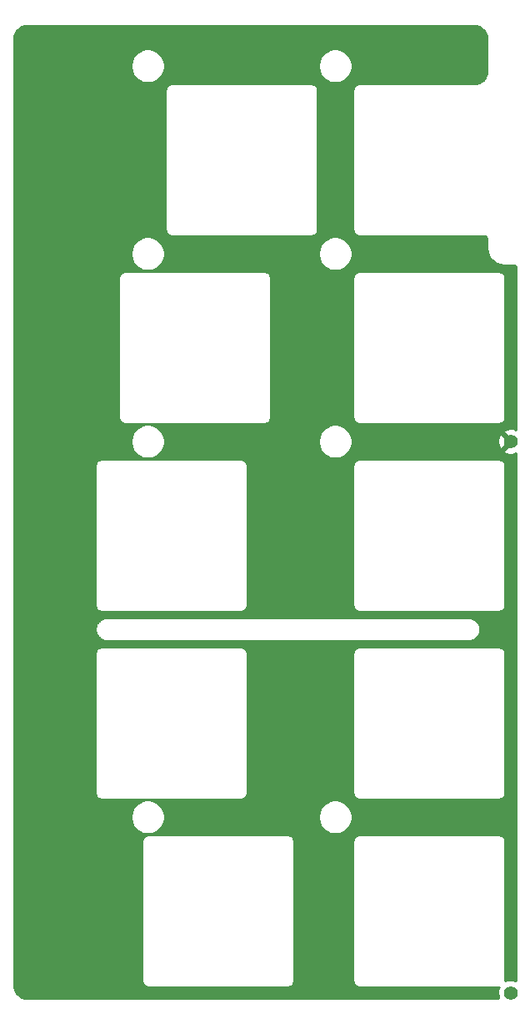
<source format=gtl>
G04 #@! TF.GenerationSoftware,KiCad,Pcbnew,(5.1.9)-1*
G04 #@! TF.CreationDate,2021-04-18T14:10:29+09:00*
G04 #@! TF.ProjectId,_____________,e6e135fa-7f28-4c8c-93d7-d7ecfcc82e6b,rev?*
G04 #@! TF.SameCoordinates,Original*
G04 #@! TF.FileFunction,Copper,L1,Top*
G04 #@! TF.FilePolarity,Positive*
%FSLAX46Y46*%
G04 Gerber Fmt 4.6, Leading zero omitted, Abs format (unit mm)*
G04 Created by KiCad (PCBNEW (5.1.9)-1) date 2021-04-18 14:10:29*
%MOMM*%
%LPD*%
G01*
G04 APERTURE LIST*
G04 #@! TA.AperFunction,ComponentPad*
%ADD10C,1.400000*%
G04 #@! TD*
G04 #@! TA.AperFunction,Conductor*
%ADD11C,0.254000*%
G04 #@! TD*
G04 #@! TA.AperFunction,Conductor*
%ADD12C,0.100000*%
G04 #@! TD*
G04 APERTURE END LIST*
D10*
X-1225000Y1225000D03*
X-1225000Y57150000D03*
D11*
X-4695218Y99286733D02*
X-4450145Y99212741D01*
X-4224110Y99092557D01*
X-4025719Y98930752D01*
X-3862540Y98733503D01*
X-3740780Y98508313D01*
X-3665076Y98263753D01*
X-3635000Y97977602D01*
X-3634999Y94808515D01*
X-3663267Y94520218D01*
X-3737259Y94275145D01*
X-3857446Y94049107D01*
X-4019246Y93850721D01*
X-4216497Y93687540D01*
X-4441690Y93565779D01*
X-4686247Y93490076D01*
X-4972398Y93460000D01*
X-16541353Y93460000D01*
X-16575000Y93463314D01*
X-16608647Y93460000D01*
X-16709283Y93450088D01*
X-16838406Y93410919D01*
X-16957407Y93347312D01*
X-17061711Y93261711D01*
X-17147312Y93157407D01*
X-17210919Y93038406D01*
X-17250088Y92909283D01*
X-17263314Y92775000D01*
X-17260000Y92741353D01*
X-17259999Y78708657D01*
X-17263314Y78675000D01*
X-17250088Y78540717D01*
X-17210919Y78411594D01*
X-17147312Y78292593D01*
X-17061711Y78188289D01*
X-16957407Y78102688D01*
X-16838406Y78039081D01*
X-16709283Y77999912D01*
X-16608647Y77990000D01*
X-16575000Y77986686D01*
X-16541353Y77990000D01*
X-3983505Y77990000D01*
X-3889453Y77980778D01*
X-3831214Y77963195D01*
X-3777499Y77934634D01*
X-3730354Y77896184D01*
X-3691576Y77849309D01*
X-3662642Y77795796D01*
X-3644651Y77737677D01*
X-3635000Y77645854D01*
X-3634999Y76691353D01*
X-3632113Y76662055D01*
X-3632156Y76655934D01*
X-3631223Y76646415D01*
X-3610822Y76452318D01*
X-3598339Y76391504D01*
X-3586705Y76330519D01*
X-3583941Y76321363D01*
X-3526229Y76134925D01*
X-3502182Y76077721D01*
X-3478913Y76020127D01*
X-3474423Y76011683D01*
X-3381598Y75840006D01*
X-3346878Y75788532D01*
X-3312883Y75736582D01*
X-3306839Y75729171D01*
X-3182435Y75578793D01*
X-3138362Y75535027D01*
X-3094943Y75490689D01*
X-3087574Y75484592D01*
X-2936332Y75361242D01*
X-2884603Y75326874D01*
X-2833392Y75291809D01*
X-2824984Y75287263D01*
X-2824980Y75287260D01*
X-2824976Y75287258D01*
X-2652657Y75195634D01*
X-2595261Y75171978D01*
X-2538193Y75147518D01*
X-2529056Y75144690D01*
X-2342220Y75088281D01*
X-2281310Y75076220D01*
X-2220591Y75063314D01*
X-2211079Y75062314D01*
X-2016845Y75043269D01*
X-2016837Y75043269D01*
X-1983647Y75040000D01*
X-1033505Y75040000D01*
X-939453Y75030778D01*
X-881214Y75013195D01*
X-827499Y74984634D01*
X-780354Y74946184D01*
X-741576Y74899309D01*
X-712642Y74845796D01*
X-694651Y74787677D01*
X-684999Y74695846D01*
X-684999Y58371173D01*
X-781242Y58415934D01*
X-1036740Y58478183D01*
X-1299473Y58489390D01*
X-1559344Y58449125D01*
X-1806366Y58358935D01*
X-1907203Y58305037D01*
X-1966664Y58071269D01*
X-1225000Y57329605D01*
X-1210858Y57343748D01*
X-1031253Y57164143D01*
X-1045395Y57150000D01*
X-1031253Y57135858D01*
X-1210858Y56956253D01*
X-1225000Y56970395D01*
X-1966664Y56228731D01*
X-1907203Y55994963D01*
X-1668758Y55884066D01*
X-1413260Y55821817D01*
X-1150527Y55810610D01*
X-890656Y55850875D01*
X-684999Y55925962D01*
X-685000Y2446173D01*
X-781242Y2490934D01*
X-1036740Y2553183D01*
X-1299473Y2564390D01*
X-1559344Y2524125D01*
X-1790147Y2439857D01*
X-1790000Y2441353D01*
X-1786686Y2475000D01*
X-1790000Y2508647D01*
X-1790000Y16541353D01*
X-1786686Y16575000D01*
X-1799912Y16709283D01*
X-1839081Y16838406D01*
X-1902688Y16957407D01*
X-1988289Y17061711D01*
X-2092593Y17147312D01*
X-2211594Y17210919D01*
X-2340717Y17250088D01*
X-2441353Y17260000D01*
X-2475000Y17263314D01*
X-2508647Y17260000D01*
X-16541353Y17260000D01*
X-16575000Y17263314D01*
X-16608647Y17260000D01*
X-16709283Y17250088D01*
X-16838406Y17210919D01*
X-16957407Y17147312D01*
X-17061711Y17061711D01*
X-17147312Y16957407D01*
X-17210919Y16838406D01*
X-17250088Y16709283D01*
X-17263314Y16575000D01*
X-17260000Y16541353D01*
X-17259999Y2508657D01*
X-17263314Y2475000D01*
X-17250088Y2340717D01*
X-17210919Y2211594D01*
X-17147312Y2092593D01*
X-17061711Y1988289D01*
X-16957407Y1902688D01*
X-16838406Y1839081D01*
X-16709283Y1799912D01*
X-16608647Y1790000D01*
X-16575000Y1786686D01*
X-16541353Y1790000D01*
X-2508647Y1790000D01*
X-2475000Y1786686D01*
X-2434219Y1790703D01*
X-2490934Y1668758D01*
X-2553183Y1413260D01*
X-2564390Y1150527D01*
X-2524125Y890656D01*
X-2449038Y685000D01*
X-50353995Y685000D01*
X-50642282Y713267D01*
X-50887355Y787259D01*
X-51113393Y907446D01*
X-51311779Y1069246D01*
X-51474960Y1266497D01*
X-51596721Y1491690D01*
X-51672424Y1736247D01*
X-51702500Y2022398D01*
X-51702500Y16575000D01*
X-38694564Y16575000D01*
X-38691250Y16541353D01*
X-38691249Y2508657D01*
X-38694564Y2475000D01*
X-38681338Y2340717D01*
X-38642169Y2211594D01*
X-38578562Y2092593D01*
X-38492961Y1988289D01*
X-38388657Y1902688D01*
X-38269656Y1839081D01*
X-38140533Y1799912D01*
X-38039897Y1790000D01*
X-38006250Y1786686D01*
X-37972603Y1790000D01*
X-23939897Y1790000D01*
X-23906250Y1786686D01*
X-23771967Y1799912D01*
X-23642844Y1839081D01*
X-23523843Y1902688D01*
X-23419539Y1988289D01*
X-23333938Y2092593D01*
X-23270331Y2211594D01*
X-23231162Y2340717D01*
X-23221250Y2441353D01*
X-23217936Y2475000D01*
X-23221250Y2508647D01*
X-23221250Y16541353D01*
X-23217936Y16575000D01*
X-23231162Y16709283D01*
X-23270331Y16838406D01*
X-23333938Y16957407D01*
X-23419539Y17061711D01*
X-23523843Y17147312D01*
X-23642844Y17210919D01*
X-23771967Y17250088D01*
X-23872603Y17260000D01*
X-23906250Y17263314D01*
X-23939897Y17260000D01*
X-37972603Y17260000D01*
X-38006250Y17263314D01*
X-38039897Y17260000D01*
X-38140533Y17250088D01*
X-38269656Y17210919D01*
X-38388657Y17147312D01*
X-38492961Y17061711D01*
X-38578562Y16957407D01*
X-38642169Y16838406D01*
X-38681338Y16709283D01*
X-38694564Y16575000D01*
X-51702500Y16575000D01*
X-51702500Y19220883D01*
X-39835000Y19220883D01*
X-39835000Y18879117D01*
X-39768325Y18543919D01*
X-39637537Y18228169D01*
X-39447663Y17944002D01*
X-39205998Y17702337D01*
X-38921831Y17512463D01*
X-38606081Y17381675D01*
X-38270883Y17315000D01*
X-37929117Y17315000D01*
X-37593919Y17381675D01*
X-37278169Y17512463D01*
X-36994002Y17702337D01*
X-36752337Y17944002D01*
X-36562463Y18228169D01*
X-36431675Y18543919D01*
X-36365000Y18879117D01*
X-36365000Y19220883D01*
X-20785000Y19220883D01*
X-20785000Y18879117D01*
X-20718325Y18543919D01*
X-20587537Y18228169D01*
X-20397663Y17944002D01*
X-20155998Y17702337D01*
X-19871831Y17512463D01*
X-19556081Y17381675D01*
X-19220883Y17315000D01*
X-18879117Y17315000D01*
X-18543919Y17381675D01*
X-18228169Y17512463D01*
X-17944002Y17702337D01*
X-17702337Y17944002D01*
X-17512463Y18228169D01*
X-17381675Y18543919D01*
X-17315000Y18879117D01*
X-17315000Y19220883D01*
X-17381675Y19556081D01*
X-17512463Y19871831D01*
X-17702337Y20155998D01*
X-17944002Y20397663D01*
X-18228169Y20587537D01*
X-18543919Y20718325D01*
X-18879117Y20785000D01*
X-19220883Y20785000D01*
X-19556081Y20718325D01*
X-19871831Y20587537D01*
X-20155998Y20397663D01*
X-20397663Y20155998D01*
X-20587537Y19871831D01*
X-20718325Y19556081D01*
X-20785000Y19220883D01*
X-36365000Y19220883D01*
X-36431675Y19556081D01*
X-36562463Y19871831D01*
X-36752337Y20155998D01*
X-36994002Y20397663D01*
X-37278169Y20587537D01*
X-37593919Y20718325D01*
X-37929117Y20785000D01*
X-38270883Y20785000D01*
X-38606081Y20718325D01*
X-38921831Y20587537D01*
X-39205998Y20397663D01*
X-39447663Y20155998D01*
X-39637537Y19871831D01*
X-39768325Y19556081D01*
X-39835000Y19220883D01*
X-51702500Y19220883D01*
X-51702500Y35625000D01*
X-43457064Y35625000D01*
X-43453750Y35591353D01*
X-43453749Y21558657D01*
X-43457064Y21525000D01*
X-43443838Y21390717D01*
X-43404669Y21261594D01*
X-43341062Y21142593D01*
X-43255461Y21038289D01*
X-43151157Y20952688D01*
X-43032156Y20889081D01*
X-42903033Y20849912D01*
X-42802397Y20840000D01*
X-42768750Y20836686D01*
X-42735103Y20840000D01*
X-28702397Y20840000D01*
X-28668750Y20836686D01*
X-28534467Y20849912D01*
X-28405344Y20889081D01*
X-28286343Y20952688D01*
X-28182039Y21038289D01*
X-28096438Y21142593D01*
X-28032831Y21261594D01*
X-27993662Y21390717D01*
X-27983750Y21491353D01*
X-27980436Y21525000D01*
X-27983750Y21558647D01*
X-27983750Y35591353D01*
X-27980436Y35625000D01*
X-17263314Y35625000D01*
X-17260000Y35591353D01*
X-17259999Y21558657D01*
X-17263314Y21525000D01*
X-17250088Y21390717D01*
X-17210919Y21261594D01*
X-17147312Y21142593D01*
X-17061711Y21038289D01*
X-16957407Y20952688D01*
X-16838406Y20889081D01*
X-16709283Y20849912D01*
X-16608647Y20840000D01*
X-16575000Y20836686D01*
X-16541353Y20840000D01*
X-2508647Y20840000D01*
X-2475000Y20836686D01*
X-2340717Y20849912D01*
X-2211594Y20889081D01*
X-2092593Y20952688D01*
X-1988289Y21038289D01*
X-1902688Y21142593D01*
X-1839081Y21261594D01*
X-1799912Y21390717D01*
X-1790000Y21491353D01*
X-1786686Y21525000D01*
X-1790000Y21558647D01*
X-1790000Y35591353D01*
X-1786686Y35625000D01*
X-1799912Y35759283D01*
X-1839081Y35888406D01*
X-1902688Y36007407D01*
X-1988289Y36111711D01*
X-2092593Y36197312D01*
X-2211594Y36260919D01*
X-2340717Y36300088D01*
X-2441353Y36310000D01*
X-2475000Y36313314D01*
X-2508647Y36310000D01*
X-16541353Y36310000D01*
X-16575000Y36313314D01*
X-16608647Y36310000D01*
X-16709283Y36300088D01*
X-16838406Y36260919D01*
X-16957407Y36197312D01*
X-17061711Y36111711D01*
X-17147312Y36007407D01*
X-17210919Y35888406D01*
X-17250088Y35759283D01*
X-17263314Y35625000D01*
X-27980436Y35625000D01*
X-27993662Y35759283D01*
X-28032831Y35888406D01*
X-28096438Y36007407D01*
X-28182039Y36111711D01*
X-28286343Y36197312D01*
X-28405344Y36260919D01*
X-28534467Y36300088D01*
X-28635103Y36310000D01*
X-28668750Y36313314D01*
X-28702397Y36310000D01*
X-42735103Y36310000D01*
X-42768750Y36313314D01*
X-42802397Y36310000D01*
X-42903033Y36300088D01*
X-43032156Y36260919D01*
X-43151157Y36197312D01*
X-43255461Y36111711D01*
X-43341062Y36007407D01*
X-43404669Y35888406D01*
X-43443838Y35759283D01*
X-43457064Y35625000D01*
X-51702500Y35625000D01*
X-51702500Y38158591D01*
X-43450919Y38158591D01*
X-43450485Y38096509D01*
X-43450919Y38034427D01*
X-43449986Y38024908D01*
X-43439786Y37927860D01*
X-43427295Y37867010D01*
X-43415668Y37806058D01*
X-43412905Y37796904D01*
X-43412903Y37796898D01*
X-43384048Y37703683D01*
X-43359996Y37646467D01*
X-43336730Y37588881D01*
X-43332240Y37580436D01*
X-43285827Y37494599D01*
X-43251112Y37443133D01*
X-43217114Y37391179D01*
X-43211070Y37383768D01*
X-43148868Y37308579D01*
X-43104820Y37264838D01*
X-43061381Y37220478D01*
X-43054011Y37214382D01*
X-43054006Y37214377D01*
X-43054000Y37214373D01*
X-42978390Y37152706D01*
X-42926709Y37118368D01*
X-42875444Y37083267D01*
X-42867031Y37078718D01*
X-42780870Y37032906D01*
X-42723454Y37009242D01*
X-42666411Y36984792D01*
X-42657275Y36981964D01*
X-42563857Y36953759D01*
X-42502937Y36941697D01*
X-42442220Y36928791D01*
X-42432708Y36927791D01*
X-42335591Y36918269D01*
X-42335587Y36918269D01*
X-42302397Y36915000D01*
X-5466353Y36915000D01*
X-5432665Y36918318D01*
X-5426178Y36918318D01*
X-5416666Y36919318D01*
X-5374539Y36924043D01*
X-5365717Y36924912D01*
X-5365086Y36925103D01*
X-5319691Y36930195D01*
X-5258995Y36943096D01*
X-5198058Y36955162D01*
X-5188921Y36957990D01*
X-5095906Y36987496D01*
X-5038805Y37011970D01*
X-4981442Y37035613D01*
X-4973029Y37040161D01*
X-4887516Y37087172D01*
X-4836301Y37122240D01*
X-4784573Y37156608D01*
X-4777211Y37162700D01*
X-4777207Y37162702D01*
X-4777204Y37162705D01*
X-4702452Y37225430D01*
X-4659015Y37269787D01*
X-4614963Y37313532D01*
X-4608918Y37320943D01*
X-4547772Y37396993D01*
X-4513764Y37448963D01*
X-4479059Y37500416D01*
X-4474568Y37508861D01*
X-4429358Y37595340D01*
X-4406106Y37652892D01*
X-4382043Y37710134D01*
X-4379279Y37719290D01*
X-4351727Y37812902D01*
X-4340092Y37873893D01*
X-4327609Y37934709D01*
X-4326675Y37944227D01*
X-4317831Y38041410D01*
X-4318265Y38103492D01*
X-4317831Y38165573D01*
X-4318764Y38175091D01*
X-4328964Y38272140D01*
X-4341453Y38332983D01*
X-4353082Y38393942D01*
X-4355846Y38403098D01*
X-4384702Y38496317D01*
X-4408768Y38553566D01*
X-4432021Y38611119D01*
X-4436511Y38619564D01*
X-4482923Y38705402D01*
X-4517650Y38756885D01*
X-4551636Y38808821D01*
X-4557680Y38816233D01*
X-4619882Y38891421D01*
X-4663949Y38935182D01*
X-4707370Y38979522D01*
X-4714739Y38985619D01*
X-4790360Y39047294D01*
X-4842041Y39081632D01*
X-4893306Y39116733D01*
X-4901719Y39121282D01*
X-4987880Y39167094D01*
X-5045296Y39190758D01*
X-5102339Y39215208D01*
X-5111475Y39218036D01*
X-5204893Y39246241D01*
X-5265805Y39258302D01*
X-5326529Y39271209D01*
X-5336041Y39272209D01*
X-5433159Y39281731D01*
X-5433163Y39281731D01*
X-5466353Y39285000D01*
X-42302397Y39285000D01*
X-42336085Y39281682D01*
X-42342572Y39281682D01*
X-42352084Y39280682D01*
X-42394211Y39275957D01*
X-42403033Y39275088D01*
X-42403664Y39274897D01*
X-42449059Y39269805D01*
X-42509762Y39256902D01*
X-42570692Y39244838D01*
X-42579829Y39242010D01*
X-42672844Y39212504D01*
X-42729933Y39188035D01*
X-42787308Y39164387D01*
X-42795722Y39159838D01*
X-42881234Y39112828D01*
X-42932476Y39077742D01*
X-42984177Y39043391D01*
X-42991539Y39037300D01*
X-42991543Y39037298D01*
X-42991546Y39037295D01*
X-43066298Y38974570D01*
X-43109719Y38930229D01*
X-43153787Y38886468D01*
X-43159832Y38879057D01*
X-43220978Y38803007D01*
X-43254976Y38751053D01*
X-43289691Y38699584D01*
X-43294182Y38691139D01*
X-43339392Y38604660D01*
X-43362637Y38547125D01*
X-43386707Y38489866D01*
X-43389471Y38480710D01*
X-43417023Y38387098D01*
X-43428656Y38326115D01*
X-43441141Y38265292D01*
X-43442075Y38255773D01*
X-43450919Y38158591D01*
X-51702500Y38158591D01*
X-51702500Y54675000D01*
X-43457064Y54675000D01*
X-43453750Y54641353D01*
X-43453749Y40608657D01*
X-43457064Y40575000D01*
X-43443838Y40440717D01*
X-43404669Y40311594D01*
X-43341062Y40192593D01*
X-43255461Y40088289D01*
X-43151157Y40002688D01*
X-43032156Y39939081D01*
X-42903033Y39899912D01*
X-42802397Y39890000D01*
X-42768750Y39886686D01*
X-42735103Y39890000D01*
X-28702397Y39890000D01*
X-28668750Y39886686D01*
X-28534467Y39899912D01*
X-28405344Y39939081D01*
X-28286343Y40002688D01*
X-28182039Y40088289D01*
X-28096438Y40192593D01*
X-28032831Y40311594D01*
X-27993662Y40440717D01*
X-27983750Y40541353D01*
X-27980436Y40575000D01*
X-27983750Y40608647D01*
X-27983750Y54641353D01*
X-27980436Y54675000D01*
X-17263314Y54675000D01*
X-17260000Y54641353D01*
X-17259999Y40608657D01*
X-17263314Y40575000D01*
X-17250088Y40440717D01*
X-17210919Y40311594D01*
X-17147312Y40192593D01*
X-17061711Y40088289D01*
X-16957407Y40002688D01*
X-16838406Y39939081D01*
X-16709283Y39899912D01*
X-16608647Y39890000D01*
X-16575000Y39886686D01*
X-16541353Y39890000D01*
X-2508647Y39890000D01*
X-2475000Y39886686D01*
X-2340717Y39899912D01*
X-2211594Y39939081D01*
X-2092593Y40002688D01*
X-1988289Y40088289D01*
X-1902688Y40192593D01*
X-1839081Y40311594D01*
X-1799912Y40440717D01*
X-1790000Y40541353D01*
X-1786686Y40575000D01*
X-1790000Y40608647D01*
X-1790000Y54641353D01*
X-1786686Y54675000D01*
X-1799912Y54809283D01*
X-1839081Y54938406D01*
X-1902688Y55057407D01*
X-1988289Y55161711D01*
X-2092593Y55247312D01*
X-2211594Y55310919D01*
X-2340717Y55350088D01*
X-2441353Y55360000D01*
X-2475000Y55363314D01*
X-2508647Y55360000D01*
X-16541353Y55360000D01*
X-16575000Y55363314D01*
X-16608647Y55360000D01*
X-16709283Y55350088D01*
X-16838406Y55310919D01*
X-16957407Y55247312D01*
X-17061711Y55161711D01*
X-17147312Y55057407D01*
X-17210919Y54938406D01*
X-17250088Y54809283D01*
X-17263314Y54675000D01*
X-27980436Y54675000D01*
X-27993662Y54809283D01*
X-28032831Y54938406D01*
X-28096438Y55057407D01*
X-28182039Y55161711D01*
X-28286343Y55247312D01*
X-28405344Y55310919D01*
X-28534467Y55350088D01*
X-28635103Y55360000D01*
X-28668750Y55363314D01*
X-28702397Y55360000D01*
X-42735103Y55360000D01*
X-42768750Y55363314D01*
X-42802397Y55360000D01*
X-42903033Y55350088D01*
X-43032156Y55310919D01*
X-43151157Y55247312D01*
X-43255461Y55161711D01*
X-43341062Y55057407D01*
X-43404669Y54938406D01*
X-43443838Y54809283D01*
X-43457064Y54675000D01*
X-51702500Y54675000D01*
X-51702500Y57320883D01*
X-39835000Y57320883D01*
X-39835000Y56979117D01*
X-39768325Y56643919D01*
X-39637537Y56328169D01*
X-39447663Y56044002D01*
X-39205998Y55802337D01*
X-38921831Y55612463D01*
X-38606081Y55481675D01*
X-38270883Y55415000D01*
X-37929117Y55415000D01*
X-37593919Y55481675D01*
X-37278169Y55612463D01*
X-36994002Y55802337D01*
X-36752337Y56044002D01*
X-36562463Y56328169D01*
X-36431675Y56643919D01*
X-36365000Y56979117D01*
X-36365000Y57320883D01*
X-20785000Y57320883D01*
X-20785000Y56979117D01*
X-20718325Y56643919D01*
X-20587537Y56328169D01*
X-20397663Y56044002D01*
X-20155998Y55802337D01*
X-19871831Y55612463D01*
X-19556081Y55481675D01*
X-19220883Y55415000D01*
X-18879117Y55415000D01*
X-18543919Y55481675D01*
X-18228169Y55612463D01*
X-17944002Y55802337D01*
X-17702337Y56044002D01*
X-17512463Y56328169D01*
X-17381675Y56643919D01*
X-17315000Y56979117D01*
X-17315000Y57075527D01*
X-2564390Y57075527D01*
X-2524125Y56815656D01*
X-2433935Y56568634D01*
X-2380037Y56467797D01*
X-2146269Y56408336D01*
X-1404605Y57150000D01*
X-2146269Y57891664D01*
X-2380037Y57832203D01*
X-2490934Y57593758D01*
X-2553183Y57338260D01*
X-2564390Y57075527D01*
X-17315000Y57075527D01*
X-17315000Y57320883D01*
X-17381675Y57656081D01*
X-17512463Y57971831D01*
X-17702337Y58255998D01*
X-17944002Y58497663D01*
X-18228169Y58687537D01*
X-18543919Y58818325D01*
X-18879117Y58885000D01*
X-19220883Y58885000D01*
X-19556081Y58818325D01*
X-19871831Y58687537D01*
X-20155998Y58497663D01*
X-20397663Y58255998D01*
X-20587537Y57971831D01*
X-20718325Y57656081D01*
X-20785000Y57320883D01*
X-36365000Y57320883D01*
X-36431675Y57656081D01*
X-36562463Y57971831D01*
X-36752337Y58255998D01*
X-36994002Y58497663D01*
X-37278169Y58687537D01*
X-37593919Y58818325D01*
X-37929117Y58885000D01*
X-38270883Y58885000D01*
X-38606081Y58818325D01*
X-38921831Y58687537D01*
X-39205998Y58497663D01*
X-39447663Y58255998D01*
X-39637537Y57971831D01*
X-39768325Y57656081D01*
X-39835000Y57320883D01*
X-51702500Y57320883D01*
X-51702500Y73725000D01*
X-41075814Y73725000D01*
X-41072500Y73691353D01*
X-41072499Y59658657D01*
X-41075814Y59625000D01*
X-41062588Y59490717D01*
X-41023419Y59361594D01*
X-40959812Y59242593D01*
X-40874211Y59138289D01*
X-40769907Y59052688D01*
X-40650906Y58989081D01*
X-40521783Y58949912D01*
X-40421147Y58940000D01*
X-40387500Y58936686D01*
X-40353853Y58940000D01*
X-26321147Y58940000D01*
X-26287500Y58936686D01*
X-26153217Y58949912D01*
X-26024094Y58989081D01*
X-25905093Y59052688D01*
X-25800789Y59138289D01*
X-25715188Y59242593D01*
X-25651581Y59361594D01*
X-25612412Y59490717D01*
X-25602500Y59591353D01*
X-25599186Y59625000D01*
X-25602500Y59658647D01*
X-25602500Y73691353D01*
X-25599186Y73725000D01*
X-17263314Y73725000D01*
X-17260000Y73691353D01*
X-17259999Y59658657D01*
X-17263314Y59625000D01*
X-17250088Y59490717D01*
X-17210919Y59361594D01*
X-17147312Y59242593D01*
X-17061711Y59138289D01*
X-16957407Y59052688D01*
X-16838406Y58989081D01*
X-16709283Y58949912D01*
X-16608647Y58940000D01*
X-16575000Y58936686D01*
X-16541353Y58940000D01*
X-2508647Y58940000D01*
X-2475000Y58936686D01*
X-2340717Y58949912D01*
X-2211594Y58989081D01*
X-2092593Y59052688D01*
X-1988289Y59138289D01*
X-1902688Y59242593D01*
X-1839081Y59361594D01*
X-1799912Y59490717D01*
X-1790000Y59591353D01*
X-1786686Y59625000D01*
X-1790000Y59658647D01*
X-1790000Y73691353D01*
X-1786686Y73725000D01*
X-1799912Y73859283D01*
X-1839081Y73988406D01*
X-1902688Y74107407D01*
X-1988289Y74211711D01*
X-2092593Y74297312D01*
X-2211594Y74360919D01*
X-2340717Y74400088D01*
X-2441353Y74410000D01*
X-2475000Y74413314D01*
X-2508647Y74410000D01*
X-16541353Y74410000D01*
X-16575000Y74413314D01*
X-16608647Y74410000D01*
X-16709283Y74400088D01*
X-16838406Y74360919D01*
X-16957407Y74297312D01*
X-17061711Y74211711D01*
X-17147312Y74107407D01*
X-17210919Y73988406D01*
X-17250088Y73859283D01*
X-17263314Y73725000D01*
X-25599186Y73725000D01*
X-25612412Y73859283D01*
X-25651581Y73988406D01*
X-25715188Y74107407D01*
X-25800789Y74211711D01*
X-25905093Y74297312D01*
X-26024094Y74360919D01*
X-26153217Y74400088D01*
X-26253853Y74410000D01*
X-26287500Y74413314D01*
X-26321147Y74410000D01*
X-40353853Y74410000D01*
X-40387500Y74413314D01*
X-40421147Y74410000D01*
X-40521783Y74400088D01*
X-40650906Y74360919D01*
X-40769907Y74297312D01*
X-40874211Y74211711D01*
X-40959812Y74107407D01*
X-41023419Y73988406D01*
X-41062588Y73859283D01*
X-41075814Y73725000D01*
X-51702500Y73725000D01*
X-51702500Y76370883D01*
X-39835000Y76370883D01*
X-39835000Y76029117D01*
X-39768325Y75693919D01*
X-39637537Y75378169D01*
X-39447663Y75094002D01*
X-39205998Y74852337D01*
X-38921831Y74662463D01*
X-38606081Y74531675D01*
X-38270883Y74465000D01*
X-37929117Y74465000D01*
X-37593919Y74531675D01*
X-37278169Y74662463D01*
X-36994002Y74852337D01*
X-36752337Y75094002D01*
X-36562463Y75378169D01*
X-36431675Y75693919D01*
X-36365000Y76029117D01*
X-36365000Y76370883D01*
X-20785000Y76370883D01*
X-20785000Y76029117D01*
X-20718325Y75693919D01*
X-20587537Y75378169D01*
X-20397663Y75094002D01*
X-20155998Y74852337D01*
X-19871831Y74662463D01*
X-19556081Y74531675D01*
X-19220883Y74465000D01*
X-18879117Y74465000D01*
X-18543919Y74531675D01*
X-18228169Y74662463D01*
X-17944002Y74852337D01*
X-17702337Y75094002D01*
X-17512463Y75378169D01*
X-17381675Y75693919D01*
X-17315000Y76029117D01*
X-17315000Y76370883D01*
X-17381675Y76706081D01*
X-17512463Y77021831D01*
X-17702337Y77305998D01*
X-17944002Y77547663D01*
X-18228169Y77737537D01*
X-18543919Y77868325D01*
X-18879117Y77935000D01*
X-19220883Y77935000D01*
X-19556081Y77868325D01*
X-19871831Y77737537D01*
X-20155998Y77547663D01*
X-20397663Y77305998D01*
X-20587537Y77021831D01*
X-20718325Y76706081D01*
X-20785000Y76370883D01*
X-36365000Y76370883D01*
X-36431675Y76706081D01*
X-36562463Y77021831D01*
X-36752337Y77305998D01*
X-36994002Y77547663D01*
X-37278169Y77737537D01*
X-37593919Y77868325D01*
X-37929117Y77935000D01*
X-38270883Y77935000D01*
X-38606081Y77868325D01*
X-38921831Y77737537D01*
X-39205998Y77547663D01*
X-39447663Y77305998D01*
X-39637537Y77021831D01*
X-39768325Y76706081D01*
X-39835000Y76370883D01*
X-51702500Y76370883D01*
X-51702500Y92775000D01*
X-36313314Y92775000D01*
X-36310000Y92741353D01*
X-36309999Y78708657D01*
X-36313314Y78675000D01*
X-36300088Y78540717D01*
X-36260919Y78411594D01*
X-36197312Y78292593D01*
X-36111711Y78188289D01*
X-36007407Y78102688D01*
X-35888406Y78039081D01*
X-35759283Y77999912D01*
X-35658647Y77990000D01*
X-35625000Y77986686D01*
X-35591353Y77990000D01*
X-21558647Y77990000D01*
X-21525000Y77986686D01*
X-21390717Y77999912D01*
X-21261594Y78039081D01*
X-21142593Y78102688D01*
X-21038289Y78188289D01*
X-20952688Y78292593D01*
X-20889081Y78411594D01*
X-20849912Y78540717D01*
X-20840000Y78641353D01*
X-20836686Y78675000D01*
X-20840000Y78708647D01*
X-20840000Y92741353D01*
X-20836686Y92775000D01*
X-20849912Y92909283D01*
X-20889081Y93038406D01*
X-20952688Y93157407D01*
X-21038289Y93261711D01*
X-21142593Y93347312D01*
X-21261594Y93410919D01*
X-21390717Y93450088D01*
X-21491353Y93460000D01*
X-21525000Y93463314D01*
X-21558647Y93460000D01*
X-35591353Y93460000D01*
X-35625000Y93463314D01*
X-35658647Y93460000D01*
X-35759283Y93450088D01*
X-35888406Y93410919D01*
X-36007407Y93347312D01*
X-36111711Y93261711D01*
X-36197312Y93157407D01*
X-36260919Y93038406D01*
X-36300088Y92909283D01*
X-36313314Y92775000D01*
X-51702500Y92775000D01*
X-51702500Y95420883D01*
X-39835000Y95420883D01*
X-39835000Y95079117D01*
X-39768325Y94743919D01*
X-39637537Y94428169D01*
X-39447663Y94144002D01*
X-39205998Y93902337D01*
X-38921831Y93712463D01*
X-38606081Y93581675D01*
X-38270883Y93515000D01*
X-37929117Y93515000D01*
X-37593919Y93581675D01*
X-37278169Y93712463D01*
X-36994002Y93902337D01*
X-36752337Y94144002D01*
X-36562463Y94428169D01*
X-36431675Y94743919D01*
X-36365000Y95079117D01*
X-36365000Y95420883D01*
X-20785000Y95420883D01*
X-20785000Y95079117D01*
X-20718325Y94743919D01*
X-20587537Y94428169D01*
X-20397663Y94144002D01*
X-20155998Y93902337D01*
X-19871831Y93712463D01*
X-19556081Y93581675D01*
X-19220883Y93515000D01*
X-18879117Y93515000D01*
X-18543919Y93581675D01*
X-18228169Y93712463D01*
X-17944002Y93902337D01*
X-17702337Y94144002D01*
X-17512463Y94428169D01*
X-17381675Y94743919D01*
X-17315000Y95079117D01*
X-17315000Y95420883D01*
X-17381675Y95756081D01*
X-17512463Y96071831D01*
X-17702337Y96355998D01*
X-17944002Y96597663D01*
X-18228169Y96787537D01*
X-18543919Y96918325D01*
X-18879117Y96985000D01*
X-19220883Y96985000D01*
X-19556081Y96918325D01*
X-19871831Y96787537D01*
X-20155998Y96597663D01*
X-20397663Y96355998D01*
X-20587537Y96071831D01*
X-20718325Y95756081D01*
X-20785000Y95420883D01*
X-36365000Y95420883D01*
X-36431675Y95756081D01*
X-36562463Y96071831D01*
X-36752337Y96355998D01*
X-36994002Y96597663D01*
X-37278169Y96787537D01*
X-37593919Y96918325D01*
X-37929117Y96985000D01*
X-38270883Y96985000D01*
X-38606081Y96918325D01*
X-38921831Y96787537D01*
X-39205998Y96597663D01*
X-39447663Y96355998D01*
X-39637537Y96071831D01*
X-39768325Y95756081D01*
X-39835000Y95420883D01*
X-51702500Y95420883D01*
X-51702500Y97966495D01*
X-51674233Y98254782D01*
X-51600241Y98499855D01*
X-51480057Y98725890D01*
X-51318252Y98924281D01*
X-51121003Y99087460D01*
X-50895813Y99209220D01*
X-50651253Y99284924D01*
X-50365102Y99315000D01*
X-4983505Y99315000D01*
X-4695218Y99286733D01*
G04 #@! TA.AperFunction,Conductor*
D12*
G36*
X-4695218Y99286733D02*
G01*
X-4450145Y99212741D01*
X-4224110Y99092557D01*
X-4025719Y98930752D01*
X-3862540Y98733503D01*
X-3740780Y98508313D01*
X-3665076Y98263753D01*
X-3635000Y97977602D01*
X-3634999Y94808515D01*
X-3663267Y94520218D01*
X-3737259Y94275145D01*
X-3857446Y94049107D01*
X-4019246Y93850721D01*
X-4216497Y93687540D01*
X-4441690Y93565779D01*
X-4686247Y93490076D01*
X-4972398Y93460000D01*
X-16541353Y93460000D01*
X-16575000Y93463314D01*
X-16608647Y93460000D01*
X-16709283Y93450088D01*
X-16838406Y93410919D01*
X-16957407Y93347312D01*
X-17061711Y93261711D01*
X-17147312Y93157407D01*
X-17210919Y93038406D01*
X-17250088Y92909283D01*
X-17263314Y92775000D01*
X-17260000Y92741353D01*
X-17259999Y78708657D01*
X-17263314Y78675000D01*
X-17250088Y78540717D01*
X-17210919Y78411594D01*
X-17147312Y78292593D01*
X-17061711Y78188289D01*
X-16957407Y78102688D01*
X-16838406Y78039081D01*
X-16709283Y77999912D01*
X-16608647Y77990000D01*
X-16575000Y77986686D01*
X-16541353Y77990000D01*
X-3983505Y77990000D01*
X-3889453Y77980778D01*
X-3831214Y77963195D01*
X-3777499Y77934634D01*
X-3730354Y77896184D01*
X-3691576Y77849309D01*
X-3662642Y77795796D01*
X-3644651Y77737677D01*
X-3635000Y77645854D01*
X-3634999Y76691353D01*
X-3632113Y76662055D01*
X-3632156Y76655934D01*
X-3631223Y76646415D01*
X-3610822Y76452318D01*
X-3598339Y76391504D01*
X-3586705Y76330519D01*
X-3583941Y76321363D01*
X-3526229Y76134925D01*
X-3502182Y76077721D01*
X-3478913Y76020127D01*
X-3474423Y76011683D01*
X-3381598Y75840006D01*
X-3346878Y75788532D01*
X-3312883Y75736582D01*
X-3306839Y75729171D01*
X-3182435Y75578793D01*
X-3138362Y75535027D01*
X-3094943Y75490689D01*
X-3087574Y75484592D01*
X-2936332Y75361242D01*
X-2884603Y75326874D01*
X-2833392Y75291809D01*
X-2824984Y75287263D01*
X-2824980Y75287260D01*
X-2824976Y75287258D01*
X-2652657Y75195634D01*
X-2595261Y75171978D01*
X-2538193Y75147518D01*
X-2529056Y75144690D01*
X-2342220Y75088281D01*
X-2281310Y75076220D01*
X-2220591Y75063314D01*
X-2211079Y75062314D01*
X-2016845Y75043269D01*
X-2016837Y75043269D01*
X-1983647Y75040000D01*
X-1033505Y75040000D01*
X-939453Y75030778D01*
X-881214Y75013195D01*
X-827499Y74984634D01*
X-780354Y74946184D01*
X-741576Y74899309D01*
X-712642Y74845796D01*
X-694651Y74787677D01*
X-684999Y74695846D01*
X-684999Y58371173D01*
X-781242Y58415934D01*
X-1036740Y58478183D01*
X-1299473Y58489390D01*
X-1559344Y58449125D01*
X-1806366Y58358935D01*
X-1907203Y58305037D01*
X-1966664Y58071269D01*
X-1225000Y57329605D01*
X-1210858Y57343748D01*
X-1031253Y57164143D01*
X-1045395Y57150000D01*
X-1031253Y57135858D01*
X-1210858Y56956253D01*
X-1225000Y56970395D01*
X-1966664Y56228731D01*
X-1907203Y55994963D01*
X-1668758Y55884066D01*
X-1413260Y55821817D01*
X-1150527Y55810610D01*
X-890656Y55850875D01*
X-684999Y55925962D01*
X-685000Y2446173D01*
X-781242Y2490934D01*
X-1036740Y2553183D01*
X-1299473Y2564390D01*
X-1559344Y2524125D01*
X-1790147Y2439857D01*
X-1790000Y2441353D01*
X-1786686Y2475000D01*
X-1790000Y2508647D01*
X-1790000Y16541353D01*
X-1786686Y16575000D01*
X-1799912Y16709283D01*
X-1839081Y16838406D01*
X-1902688Y16957407D01*
X-1988289Y17061711D01*
X-2092593Y17147312D01*
X-2211594Y17210919D01*
X-2340717Y17250088D01*
X-2441353Y17260000D01*
X-2475000Y17263314D01*
X-2508647Y17260000D01*
X-16541353Y17260000D01*
X-16575000Y17263314D01*
X-16608647Y17260000D01*
X-16709283Y17250088D01*
X-16838406Y17210919D01*
X-16957407Y17147312D01*
X-17061711Y17061711D01*
X-17147312Y16957407D01*
X-17210919Y16838406D01*
X-17250088Y16709283D01*
X-17263314Y16575000D01*
X-17260000Y16541353D01*
X-17259999Y2508657D01*
X-17263314Y2475000D01*
X-17250088Y2340717D01*
X-17210919Y2211594D01*
X-17147312Y2092593D01*
X-17061711Y1988289D01*
X-16957407Y1902688D01*
X-16838406Y1839081D01*
X-16709283Y1799912D01*
X-16608647Y1790000D01*
X-16575000Y1786686D01*
X-16541353Y1790000D01*
X-2508647Y1790000D01*
X-2475000Y1786686D01*
X-2434219Y1790703D01*
X-2490934Y1668758D01*
X-2553183Y1413260D01*
X-2564390Y1150527D01*
X-2524125Y890656D01*
X-2449038Y685000D01*
X-50353995Y685000D01*
X-50642282Y713267D01*
X-50887355Y787259D01*
X-51113393Y907446D01*
X-51311779Y1069246D01*
X-51474960Y1266497D01*
X-51596721Y1491690D01*
X-51672424Y1736247D01*
X-51702500Y2022398D01*
X-51702500Y16575000D01*
X-38694564Y16575000D01*
X-38691250Y16541353D01*
X-38691249Y2508657D01*
X-38694564Y2475000D01*
X-38681338Y2340717D01*
X-38642169Y2211594D01*
X-38578562Y2092593D01*
X-38492961Y1988289D01*
X-38388657Y1902688D01*
X-38269656Y1839081D01*
X-38140533Y1799912D01*
X-38039897Y1790000D01*
X-38006250Y1786686D01*
X-37972603Y1790000D01*
X-23939897Y1790000D01*
X-23906250Y1786686D01*
X-23771967Y1799912D01*
X-23642844Y1839081D01*
X-23523843Y1902688D01*
X-23419539Y1988289D01*
X-23333938Y2092593D01*
X-23270331Y2211594D01*
X-23231162Y2340717D01*
X-23221250Y2441353D01*
X-23217936Y2475000D01*
X-23221250Y2508647D01*
X-23221250Y16541353D01*
X-23217936Y16575000D01*
X-23231162Y16709283D01*
X-23270331Y16838406D01*
X-23333938Y16957407D01*
X-23419539Y17061711D01*
X-23523843Y17147312D01*
X-23642844Y17210919D01*
X-23771967Y17250088D01*
X-23872603Y17260000D01*
X-23906250Y17263314D01*
X-23939897Y17260000D01*
X-37972603Y17260000D01*
X-38006250Y17263314D01*
X-38039897Y17260000D01*
X-38140533Y17250088D01*
X-38269656Y17210919D01*
X-38388657Y17147312D01*
X-38492961Y17061711D01*
X-38578562Y16957407D01*
X-38642169Y16838406D01*
X-38681338Y16709283D01*
X-38694564Y16575000D01*
X-51702500Y16575000D01*
X-51702500Y19220883D01*
X-39835000Y19220883D01*
X-39835000Y18879117D01*
X-39768325Y18543919D01*
X-39637537Y18228169D01*
X-39447663Y17944002D01*
X-39205998Y17702337D01*
X-38921831Y17512463D01*
X-38606081Y17381675D01*
X-38270883Y17315000D01*
X-37929117Y17315000D01*
X-37593919Y17381675D01*
X-37278169Y17512463D01*
X-36994002Y17702337D01*
X-36752337Y17944002D01*
X-36562463Y18228169D01*
X-36431675Y18543919D01*
X-36365000Y18879117D01*
X-36365000Y19220883D01*
X-20785000Y19220883D01*
X-20785000Y18879117D01*
X-20718325Y18543919D01*
X-20587537Y18228169D01*
X-20397663Y17944002D01*
X-20155998Y17702337D01*
X-19871831Y17512463D01*
X-19556081Y17381675D01*
X-19220883Y17315000D01*
X-18879117Y17315000D01*
X-18543919Y17381675D01*
X-18228169Y17512463D01*
X-17944002Y17702337D01*
X-17702337Y17944002D01*
X-17512463Y18228169D01*
X-17381675Y18543919D01*
X-17315000Y18879117D01*
X-17315000Y19220883D01*
X-17381675Y19556081D01*
X-17512463Y19871831D01*
X-17702337Y20155998D01*
X-17944002Y20397663D01*
X-18228169Y20587537D01*
X-18543919Y20718325D01*
X-18879117Y20785000D01*
X-19220883Y20785000D01*
X-19556081Y20718325D01*
X-19871831Y20587537D01*
X-20155998Y20397663D01*
X-20397663Y20155998D01*
X-20587537Y19871831D01*
X-20718325Y19556081D01*
X-20785000Y19220883D01*
X-36365000Y19220883D01*
X-36431675Y19556081D01*
X-36562463Y19871831D01*
X-36752337Y20155998D01*
X-36994002Y20397663D01*
X-37278169Y20587537D01*
X-37593919Y20718325D01*
X-37929117Y20785000D01*
X-38270883Y20785000D01*
X-38606081Y20718325D01*
X-38921831Y20587537D01*
X-39205998Y20397663D01*
X-39447663Y20155998D01*
X-39637537Y19871831D01*
X-39768325Y19556081D01*
X-39835000Y19220883D01*
X-51702500Y19220883D01*
X-51702500Y35625000D01*
X-43457064Y35625000D01*
X-43453750Y35591353D01*
X-43453749Y21558657D01*
X-43457064Y21525000D01*
X-43443838Y21390717D01*
X-43404669Y21261594D01*
X-43341062Y21142593D01*
X-43255461Y21038289D01*
X-43151157Y20952688D01*
X-43032156Y20889081D01*
X-42903033Y20849912D01*
X-42802397Y20840000D01*
X-42768750Y20836686D01*
X-42735103Y20840000D01*
X-28702397Y20840000D01*
X-28668750Y20836686D01*
X-28534467Y20849912D01*
X-28405344Y20889081D01*
X-28286343Y20952688D01*
X-28182039Y21038289D01*
X-28096438Y21142593D01*
X-28032831Y21261594D01*
X-27993662Y21390717D01*
X-27983750Y21491353D01*
X-27980436Y21525000D01*
X-27983750Y21558647D01*
X-27983750Y35591353D01*
X-27980436Y35625000D01*
X-17263314Y35625000D01*
X-17260000Y35591353D01*
X-17259999Y21558657D01*
X-17263314Y21525000D01*
X-17250088Y21390717D01*
X-17210919Y21261594D01*
X-17147312Y21142593D01*
X-17061711Y21038289D01*
X-16957407Y20952688D01*
X-16838406Y20889081D01*
X-16709283Y20849912D01*
X-16608647Y20840000D01*
X-16575000Y20836686D01*
X-16541353Y20840000D01*
X-2508647Y20840000D01*
X-2475000Y20836686D01*
X-2340717Y20849912D01*
X-2211594Y20889081D01*
X-2092593Y20952688D01*
X-1988289Y21038289D01*
X-1902688Y21142593D01*
X-1839081Y21261594D01*
X-1799912Y21390717D01*
X-1790000Y21491353D01*
X-1786686Y21525000D01*
X-1790000Y21558647D01*
X-1790000Y35591353D01*
X-1786686Y35625000D01*
X-1799912Y35759283D01*
X-1839081Y35888406D01*
X-1902688Y36007407D01*
X-1988289Y36111711D01*
X-2092593Y36197312D01*
X-2211594Y36260919D01*
X-2340717Y36300088D01*
X-2441353Y36310000D01*
X-2475000Y36313314D01*
X-2508647Y36310000D01*
X-16541353Y36310000D01*
X-16575000Y36313314D01*
X-16608647Y36310000D01*
X-16709283Y36300088D01*
X-16838406Y36260919D01*
X-16957407Y36197312D01*
X-17061711Y36111711D01*
X-17147312Y36007407D01*
X-17210919Y35888406D01*
X-17250088Y35759283D01*
X-17263314Y35625000D01*
X-27980436Y35625000D01*
X-27993662Y35759283D01*
X-28032831Y35888406D01*
X-28096438Y36007407D01*
X-28182039Y36111711D01*
X-28286343Y36197312D01*
X-28405344Y36260919D01*
X-28534467Y36300088D01*
X-28635103Y36310000D01*
X-28668750Y36313314D01*
X-28702397Y36310000D01*
X-42735103Y36310000D01*
X-42768750Y36313314D01*
X-42802397Y36310000D01*
X-42903033Y36300088D01*
X-43032156Y36260919D01*
X-43151157Y36197312D01*
X-43255461Y36111711D01*
X-43341062Y36007407D01*
X-43404669Y35888406D01*
X-43443838Y35759283D01*
X-43457064Y35625000D01*
X-51702500Y35625000D01*
X-51702500Y38158591D01*
X-43450919Y38158591D01*
X-43450485Y38096509D01*
X-43450919Y38034427D01*
X-43449986Y38024908D01*
X-43439786Y37927860D01*
X-43427295Y37867010D01*
X-43415668Y37806058D01*
X-43412905Y37796904D01*
X-43412903Y37796898D01*
X-43384048Y37703683D01*
X-43359996Y37646467D01*
X-43336730Y37588881D01*
X-43332240Y37580436D01*
X-43285827Y37494599D01*
X-43251112Y37443133D01*
X-43217114Y37391179D01*
X-43211070Y37383768D01*
X-43148868Y37308579D01*
X-43104820Y37264838D01*
X-43061381Y37220478D01*
X-43054011Y37214382D01*
X-43054006Y37214377D01*
X-43054000Y37214373D01*
X-42978390Y37152706D01*
X-42926709Y37118368D01*
X-42875444Y37083267D01*
X-42867031Y37078718D01*
X-42780870Y37032906D01*
X-42723454Y37009242D01*
X-42666411Y36984792D01*
X-42657275Y36981964D01*
X-42563857Y36953759D01*
X-42502937Y36941697D01*
X-42442220Y36928791D01*
X-42432708Y36927791D01*
X-42335591Y36918269D01*
X-42335587Y36918269D01*
X-42302397Y36915000D01*
X-5466353Y36915000D01*
X-5432665Y36918318D01*
X-5426178Y36918318D01*
X-5416666Y36919318D01*
X-5374539Y36924043D01*
X-5365717Y36924912D01*
X-5365086Y36925103D01*
X-5319691Y36930195D01*
X-5258995Y36943096D01*
X-5198058Y36955162D01*
X-5188921Y36957990D01*
X-5095906Y36987496D01*
X-5038805Y37011970D01*
X-4981442Y37035613D01*
X-4973029Y37040161D01*
X-4887516Y37087172D01*
X-4836301Y37122240D01*
X-4784573Y37156608D01*
X-4777211Y37162700D01*
X-4777207Y37162702D01*
X-4777204Y37162705D01*
X-4702452Y37225430D01*
X-4659015Y37269787D01*
X-4614963Y37313532D01*
X-4608918Y37320943D01*
X-4547772Y37396993D01*
X-4513764Y37448963D01*
X-4479059Y37500416D01*
X-4474568Y37508861D01*
X-4429358Y37595340D01*
X-4406106Y37652892D01*
X-4382043Y37710134D01*
X-4379279Y37719290D01*
X-4351727Y37812902D01*
X-4340092Y37873893D01*
X-4327609Y37934709D01*
X-4326675Y37944227D01*
X-4317831Y38041410D01*
X-4318265Y38103492D01*
X-4317831Y38165573D01*
X-4318764Y38175091D01*
X-4328964Y38272140D01*
X-4341453Y38332983D01*
X-4353082Y38393942D01*
X-4355846Y38403098D01*
X-4384702Y38496317D01*
X-4408768Y38553566D01*
X-4432021Y38611119D01*
X-4436511Y38619564D01*
X-4482923Y38705402D01*
X-4517650Y38756885D01*
X-4551636Y38808821D01*
X-4557680Y38816233D01*
X-4619882Y38891421D01*
X-4663949Y38935182D01*
X-4707370Y38979522D01*
X-4714739Y38985619D01*
X-4790360Y39047294D01*
X-4842041Y39081632D01*
X-4893306Y39116733D01*
X-4901719Y39121282D01*
X-4987880Y39167094D01*
X-5045296Y39190758D01*
X-5102339Y39215208D01*
X-5111475Y39218036D01*
X-5204893Y39246241D01*
X-5265805Y39258302D01*
X-5326529Y39271209D01*
X-5336041Y39272209D01*
X-5433159Y39281731D01*
X-5433163Y39281731D01*
X-5466353Y39285000D01*
X-42302397Y39285000D01*
X-42336085Y39281682D01*
X-42342572Y39281682D01*
X-42352084Y39280682D01*
X-42394211Y39275957D01*
X-42403033Y39275088D01*
X-42403664Y39274897D01*
X-42449059Y39269805D01*
X-42509762Y39256902D01*
X-42570692Y39244838D01*
X-42579829Y39242010D01*
X-42672844Y39212504D01*
X-42729933Y39188035D01*
X-42787308Y39164387D01*
X-42795722Y39159838D01*
X-42881234Y39112828D01*
X-42932476Y39077742D01*
X-42984177Y39043391D01*
X-42991539Y39037300D01*
X-42991543Y39037298D01*
X-42991546Y39037295D01*
X-43066298Y38974570D01*
X-43109719Y38930229D01*
X-43153787Y38886468D01*
X-43159832Y38879057D01*
X-43220978Y38803007D01*
X-43254976Y38751053D01*
X-43289691Y38699584D01*
X-43294182Y38691139D01*
X-43339392Y38604660D01*
X-43362637Y38547125D01*
X-43386707Y38489866D01*
X-43389471Y38480710D01*
X-43417023Y38387098D01*
X-43428656Y38326115D01*
X-43441141Y38265292D01*
X-43442075Y38255773D01*
X-43450919Y38158591D01*
X-51702500Y38158591D01*
X-51702500Y54675000D01*
X-43457064Y54675000D01*
X-43453750Y54641353D01*
X-43453749Y40608657D01*
X-43457064Y40575000D01*
X-43443838Y40440717D01*
X-43404669Y40311594D01*
X-43341062Y40192593D01*
X-43255461Y40088289D01*
X-43151157Y40002688D01*
X-43032156Y39939081D01*
X-42903033Y39899912D01*
X-42802397Y39890000D01*
X-42768750Y39886686D01*
X-42735103Y39890000D01*
X-28702397Y39890000D01*
X-28668750Y39886686D01*
X-28534467Y39899912D01*
X-28405344Y39939081D01*
X-28286343Y40002688D01*
X-28182039Y40088289D01*
X-28096438Y40192593D01*
X-28032831Y40311594D01*
X-27993662Y40440717D01*
X-27983750Y40541353D01*
X-27980436Y40575000D01*
X-27983750Y40608647D01*
X-27983750Y54641353D01*
X-27980436Y54675000D01*
X-17263314Y54675000D01*
X-17260000Y54641353D01*
X-17259999Y40608657D01*
X-17263314Y40575000D01*
X-17250088Y40440717D01*
X-17210919Y40311594D01*
X-17147312Y40192593D01*
X-17061711Y40088289D01*
X-16957407Y40002688D01*
X-16838406Y39939081D01*
X-16709283Y39899912D01*
X-16608647Y39890000D01*
X-16575000Y39886686D01*
X-16541353Y39890000D01*
X-2508647Y39890000D01*
X-2475000Y39886686D01*
X-2340717Y39899912D01*
X-2211594Y39939081D01*
X-2092593Y40002688D01*
X-1988289Y40088289D01*
X-1902688Y40192593D01*
X-1839081Y40311594D01*
X-1799912Y40440717D01*
X-1790000Y40541353D01*
X-1786686Y40575000D01*
X-1790000Y40608647D01*
X-1790000Y54641353D01*
X-1786686Y54675000D01*
X-1799912Y54809283D01*
X-1839081Y54938406D01*
X-1902688Y55057407D01*
X-1988289Y55161711D01*
X-2092593Y55247312D01*
X-2211594Y55310919D01*
X-2340717Y55350088D01*
X-2441353Y55360000D01*
X-2475000Y55363314D01*
X-2508647Y55360000D01*
X-16541353Y55360000D01*
X-16575000Y55363314D01*
X-16608647Y55360000D01*
X-16709283Y55350088D01*
X-16838406Y55310919D01*
X-16957407Y55247312D01*
X-17061711Y55161711D01*
X-17147312Y55057407D01*
X-17210919Y54938406D01*
X-17250088Y54809283D01*
X-17263314Y54675000D01*
X-27980436Y54675000D01*
X-27993662Y54809283D01*
X-28032831Y54938406D01*
X-28096438Y55057407D01*
X-28182039Y55161711D01*
X-28286343Y55247312D01*
X-28405344Y55310919D01*
X-28534467Y55350088D01*
X-28635103Y55360000D01*
X-28668750Y55363314D01*
X-28702397Y55360000D01*
X-42735103Y55360000D01*
X-42768750Y55363314D01*
X-42802397Y55360000D01*
X-42903033Y55350088D01*
X-43032156Y55310919D01*
X-43151157Y55247312D01*
X-43255461Y55161711D01*
X-43341062Y55057407D01*
X-43404669Y54938406D01*
X-43443838Y54809283D01*
X-43457064Y54675000D01*
X-51702500Y54675000D01*
X-51702500Y57320883D01*
X-39835000Y57320883D01*
X-39835000Y56979117D01*
X-39768325Y56643919D01*
X-39637537Y56328169D01*
X-39447663Y56044002D01*
X-39205998Y55802337D01*
X-38921831Y55612463D01*
X-38606081Y55481675D01*
X-38270883Y55415000D01*
X-37929117Y55415000D01*
X-37593919Y55481675D01*
X-37278169Y55612463D01*
X-36994002Y55802337D01*
X-36752337Y56044002D01*
X-36562463Y56328169D01*
X-36431675Y56643919D01*
X-36365000Y56979117D01*
X-36365000Y57320883D01*
X-20785000Y57320883D01*
X-20785000Y56979117D01*
X-20718325Y56643919D01*
X-20587537Y56328169D01*
X-20397663Y56044002D01*
X-20155998Y55802337D01*
X-19871831Y55612463D01*
X-19556081Y55481675D01*
X-19220883Y55415000D01*
X-18879117Y55415000D01*
X-18543919Y55481675D01*
X-18228169Y55612463D01*
X-17944002Y55802337D01*
X-17702337Y56044002D01*
X-17512463Y56328169D01*
X-17381675Y56643919D01*
X-17315000Y56979117D01*
X-17315000Y57075527D01*
X-2564390Y57075527D01*
X-2524125Y56815656D01*
X-2433935Y56568634D01*
X-2380037Y56467797D01*
X-2146269Y56408336D01*
X-1404605Y57150000D01*
X-2146269Y57891664D01*
X-2380037Y57832203D01*
X-2490934Y57593758D01*
X-2553183Y57338260D01*
X-2564390Y57075527D01*
X-17315000Y57075527D01*
X-17315000Y57320883D01*
X-17381675Y57656081D01*
X-17512463Y57971831D01*
X-17702337Y58255998D01*
X-17944002Y58497663D01*
X-18228169Y58687537D01*
X-18543919Y58818325D01*
X-18879117Y58885000D01*
X-19220883Y58885000D01*
X-19556081Y58818325D01*
X-19871831Y58687537D01*
X-20155998Y58497663D01*
X-20397663Y58255998D01*
X-20587537Y57971831D01*
X-20718325Y57656081D01*
X-20785000Y57320883D01*
X-36365000Y57320883D01*
X-36431675Y57656081D01*
X-36562463Y57971831D01*
X-36752337Y58255998D01*
X-36994002Y58497663D01*
X-37278169Y58687537D01*
X-37593919Y58818325D01*
X-37929117Y58885000D01*
X-38270883Y58885000D01*
X-38606081Y58818325D01*
X-38921831Y58687537D01*
X-39205998Y58497663D01*
X-39447663Y58255998D01*
X-39637537Y57971831D01*
X-39768325Y57656081D01*
X-39835000Y57320883D01*
X-51702500Y57320883D01*
X-51702500Y73725000D01*
X-41075814Y73725000D01*
X-41072500Y73691353D01*
X-41072499Y59658657D01*
X-41075814Y59625000D01*
X-41062588Y59490717D01*
X-41023419Y59361594D01*
X-40959812Y59242593D01*
X-40874211Y59138289D01*
X-40769907Y59052688D01*
X-40650906Y58989081D01*
X-40521783Y58949912D01*
X-40421147Y58940000D01*
X-40387500Y58936686D01*
X-40353853Y58940000D01*
X-26321147Y58940000D01*
X-26287500Y58936686D01*
X-26153217Y58949912D01*
X-26024094Y58989081D01*
X-25905093Y59052688D01*
X-25800789Y59138289D01*
X-25715188Y59242593D01*
X-25651581Y59361594D01*
X-25612412Y59490717D01*
X-25602500Y59591353D01*
X-25599186Y59625000D01*
X-25602500Y59658647D01*
X-25602500Y73691353D01*
X-25599186Y73725000D01*
X-17263314Y73725000D01*
X-17260000Y73691353D01*
X-17259999Y59658657D01*
X-17263314Y59625000D01*
X-17250088Y59490717D01*
X-17210919Y59361594D01*
X-17147312Y59242593D01*
X-17061711Y59138289D01*
X-16957407Y59052688D01*
X-16838406Y58989081D01*
X-16709283Y58949912D01*
X-16608647Y58940000D01*
X-16575000Y58936686D01*
X-16541353Y58940000D01*
X-2508647Y58940000D01*
X-2475000Y58936686D01*
X-2340717Y58949912D01*
X-2211594Y58989081D01*
X-2092593Y59052688D01*
X-1988289Y59138289D01*
X-1902688Y59242593D01*
X-1839081Y59361594D01*
X-1799912Y59490717D01*
X-1790000Y59591353D01*
X-1786686Y59625000D01*
X-1790000Y59658647D01*
X-1790000Y73691353D01*
X-1786686Y73725000D01*
X-1799912Y73859283D01*
X-1839081Y73988406D01*
X-1902688Y74107407D01*
X-1988289Y74211711D01*
X-2092593Y74297312D01*
X-2211594Y74360919D01*
X-2340717Y74400088D01*
X-2441353Y74410000D01*
X-2475000Y74413314D01*
X-2508647Y74410000D01*
X-16541353Y74410000D01*
X-16575000Y74413314D01*
X-16608647Y74410000D01*
X-16709283Y74400088D01*
X-16838406Y74360919D01*
X-16957407Y74297312D01*
X-17061711Y74211711D01*
X-17147312Y74107407D01*
X-17210919Y73988406D01*
X-17250088Y73859283D01*
X-17263314Y73725000D01*
X-25599186Y73725000D01*
X-25612412Y73859283D01*
X-25651581Y73988406D01*
X-25715188Y74107407D01*
X-25800789Y74211711D01*
X-25905093Y74297312D01*
X-26024094Y74360919D01*
X-26153217Y74400088D01*
X-26253853Y74410000D01*
X-26287500Y74413314D01*
X-26321147Y74410000D01*
X-40353853Y74410000D01*
X-40387500Y74413314D01*
X-40421147Y74410000D01*
X-40521783Y74400088D01*
X-40650906Y74360919D01*
X-40769907Y74297312D01*
X-40874211Y74211711D01*
X-40959812Y74107407D01*
X-41023419Y73988406D01*
X-41062588Y73859283D01*
X-41075814Y73725000D01*
X-51702500Y73725000D01*
X-51702500Y76370883D01*
X-39835000Y76370883D01*
X-39835000Y76029117D01*
X-39768325Y75693919D01*
X-39637537Y75378169D01*
X-39447663Y75094002D01*
X-39205998Y74852337D01*
X-38921831Y74662463D01*
X-38606081Y74531675D01*
X-38270883Y74465000D01*
X-37929117Y74465000D01*
X-37593919Y74531675D01*
X-37278169Y74662463D01*
X-36994002Y74852337D01*
X-36752337Y75094002D01*
X-36562463Y75378169D01*
X-36431675Y75693919D01*
X-36365000Y76029117D01*
X-36365000Y76370883D01*
X-20785000Y76370883D01*
X-20785000Y76029117D01*
X-20718325Y75693919D01*
X-20587537Y75378169D01*
X-20397663Y75094002D01*
X-20155998Y74852337D01*
X-19871831Y74662463D01*
X-19556081Y74531675D01*
X-19220883Y74465000D01*
X-18879117Y74465000D01*
X-18543919Y74531675D01*
X-18228169Y74662463D01*
X-17944002Y74852337D01*
X-17702337Y75094002D01*
X-17512463Y75378169D01*
X-17381675Y75693919D01*
X-17315000Y76029117D01*
X-17315000Y76370883D01*
X-17381675Y76706081D01*
X-17512463Y77021831D01*
X-17702337Y77305998D01*
X-17944002Y77547663D01*
X-18228169Y77737537D01*
X-18543919Y77868325D01*
X-18879117Y77935000D01*
X-19220883Y77935000D01*
X-19556081Y77868325D01*
X-19871831Y77737537D01*
X-20155998Y77547663D01*
X-20397663Y77305998D01*
X-20587537Y77021831D01*
X-20718325Y76706081D01*
X-20785000Y76370883D01*
X-36365000Y76370883D01*
X-36431675Y76706081D01*
X-36562463Y77021831D01*
X-36752337Y77305998D01*
X-36994002Y77547663D01*
X-37278169Y77737537D01*
X-37593919Y77868325D01*
X-37929117Y77935000D01*
X-38270883Y77935000D01*
X-38606081Y77868325D01*
X-38921831Y77737537D01*
X-39205998Y77547663D01*
X-39447663Y77305998D01*
X-39637537Y77021831D01*
X-39768325Y76706081D01*
X-39835000Y76370883D01*
X-51702500Y76370883D01*
X-51702500Y92775000D01*
X-36313314Y92775000D01*
X-36310000Y92741353D01*
X-36309999Y78708657D01*
X-36313314Y78675000D01*
X-36300088Y78540717D01*
X-36260919Y78411594D01*
X-36197312Y78292593D01*
X-36111711Y78188289D01*
X-36007407Y78102688D01*
X-35888406Y78039081D01*
X-35759283Y77999912D01*
X-35658647Y77990000D01*
X-35625000Y77986686D01*
X-35591353Y77990000D01*
X-21558647Y77990000D01*
X-21525000Y77986686D01*
X-21390717Y77999912D01*
X-21261594Y78039081D01*
X-21142593Y78102688D01*
X-21038289Y78188289D01*
X-20952688Y78292593D01*
X-20889081Y78411594D01*
X-20849912Y78540717D01*
X-20840000Y78641353D01*
X-20836686Y78675000D01*
X-20840000Y78708647D01*
X-20840000Y92741353D01*
X-20836686Y92775000D01*
X-20849912Y92909283D01*
X-20889081Y93038406D01*
X-20952688Y93157407D01*
X-21038289Y93261711D01*
X-21142593Y93347312D01*
X-21261594Y93410919D01*
X-21390717Y93450088D01*
X-21491353Y93460000D01*
X-21525000Y93463314D01*
X-21558647Y93460000D01*
X-35591353Y93460000D01*
X-35625000Y93463314D01*
X-35658647Y93460000D01*
X-35759283Y93450088D01*
X-35888406Y93410919D01*
X-36007407Y93347312D01*
X-36111711Y93261711D01*
X-36197312Y93157407D01*
X-36260919Y93038406D01*
X-36300088Y92909283D01*
X-36313314Y92775000D01*
X-51702500Y92775000D01*
X-51702500Y95420883D01*
X-39835000Y95420883D01*
X-39835000Y95079117D01*
X-39768325Y94743919D01*
X-39637537Y94428169D01*
X-39447663Y94144002D01*
X-39205998Y93902337D01*
X-38921831Y93712463D01*
X-38606081Y93581675D01*
X-38270883Y93515000D01*
X-37929117Y93515000D01*
X-37593919Y93581675D01*
X-37278169Y93712463D01*
X-36994002Y93902337D01*
X-36752337Y94144002D01*
X-36562463Y94428169D01*
X-36431675Y94743919D01*
X-36365000Y95079117D01*
X-36365000Y95420883D01*
X-20785000Y95420883D01*
X-20785000Y95079117D01*
X-20718325Y94743919D01*
X-20587537Y94428169D01*
X-20397663Y94144002D01*
X-20155998Y93902337D01*
X-19871831Y93712463D01*
X-19556081Y93581675D01*
X-19220883Y93515000D01*
X-18879117Y93515000D01*
X-18543919Y93581675D01*
X-18228169Y93712463D01*
X-17944002Y93902337D01*
X-17702337Y94144002D01*
X-17512463Y94428169D01*
X-17381675Y94743919D01*
X-17315000Y95079117D01*
X-17315000Y95420883D01*
X-17381675Y95756081D01*
X-17512463Y96071831D01*
X-17702337Y96355998D01*
X-17944002Y96597663D01*
X-18228169Y96787537D01*
X-18543919Y96918325D01*
X-18879117Y96985000D01*
X-19220883Y96985000D01*
X-19556081Y96918325D01*
X-19871831Y96787537D01*
X-20155998Y96597663D01*
X-20397663Y96355998D01*
X-20587537Y96071831D01*
X-20718325Y95756081D01*
X-20785000Y95420883D01*
X-36365000Y95420883D01*
X-36431675Y95756081D01*
X-36562463Y96071831D01*
X-36752337Y96355998D01*
X-36994002Y96597663D01*
X-37278169Y96787537D01*
X-37593919Y96918325D01*
X-37929117Y96985000D01*
X-38270883Y96985000D01*
X-38606081Y96918325D01*
X-38921831Y96787537D01*
X-39205998Y96597663D01*
X-39447663Y96355998D01*
X-39637537Y96071831D01*
X-39768325Y95756081D01*
X-39835000Y95420883D01*
X-51702500Y95420883D01*
X-51702500Y97966495D01*
X-51674233Y98254782D01*
X-51600241Y98499855D01*
X-51480057Y98725890D01*
X-51318252Y98924281D01*
X-51121003Y99087460D01*
X-50895813Y99209220D01*
X-50651253Y99284924D01*
X-50365102Y99315000D01*
X-4983505Y99315000D01*
X-4695218Y99286733D01*
G37*
G04 #@! TD.AperFunction*
D11*
X-1031253Y1239143D02*
X-1045395Y1225000D01*
X-1031253Y1210858D01*
X-1210858Y1031253D01*
X-1225000Y1045395D01*
X-1239143Y1031253D01*
X-1418748Y1210858D01*
X-1404605Y1225000D01*
X-1418748Y1239143D01*
X-1239143Y1418748D01*
X-1225000Y1404605D01*
X-1210858Y1418748D01*
X-1031253Y1239143D01*
G04 #@! TA.AperFunction,Conductor*
D12*
G36*
X-1031253Y1239143D02*
G01*
X-1045395Y1225000D01*
X-1031253Y1210858D01*
X-1210858Y1031253D01*
X-1225000Y1045395D01*
X-1239143Y1031253D01*
X-1418748Y1210858D01*
X-1404605Y1225000D01*
X-1418748Y1239143D01*
X-1239143Y1418748D01*
X-1225000Y1404605D01*
X-1210858Y1418748D01*
X-1031253Y1239143D01*
G37*
G04 #@! TD.AperFunction*
M02*

</source>
